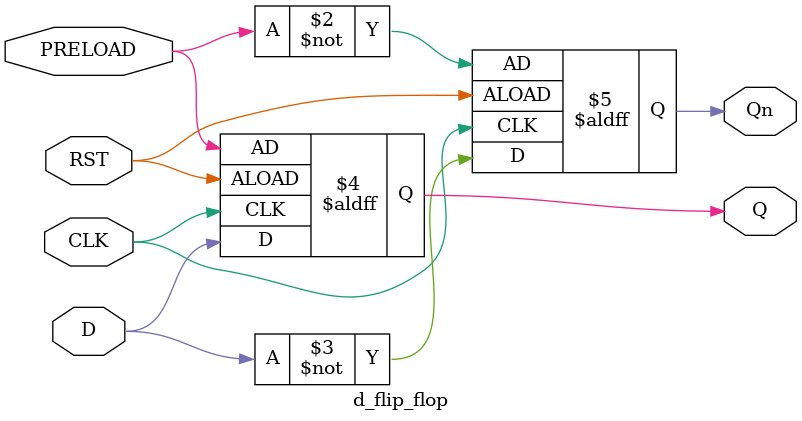
<source format=v>


module d_flip_flop (
    input               CLK,
    input               RST,
    input               PRELOAD,
    input               D,
    output reg          Q,
    output reg          Qn
);

//=============================================
// ==> Behavioural implementation of the D-flip-flop
//=============================================
always @(posedge CLK, posedge RST) begin
  // Prelaod Q register on reset
  if (RST) begin
    Q = PRELOAD;
    Qn = ~PRELOAD;
  end
  else begin
    Q = D;
    Qn = ~D;
  end

end

endmodule

</source>
